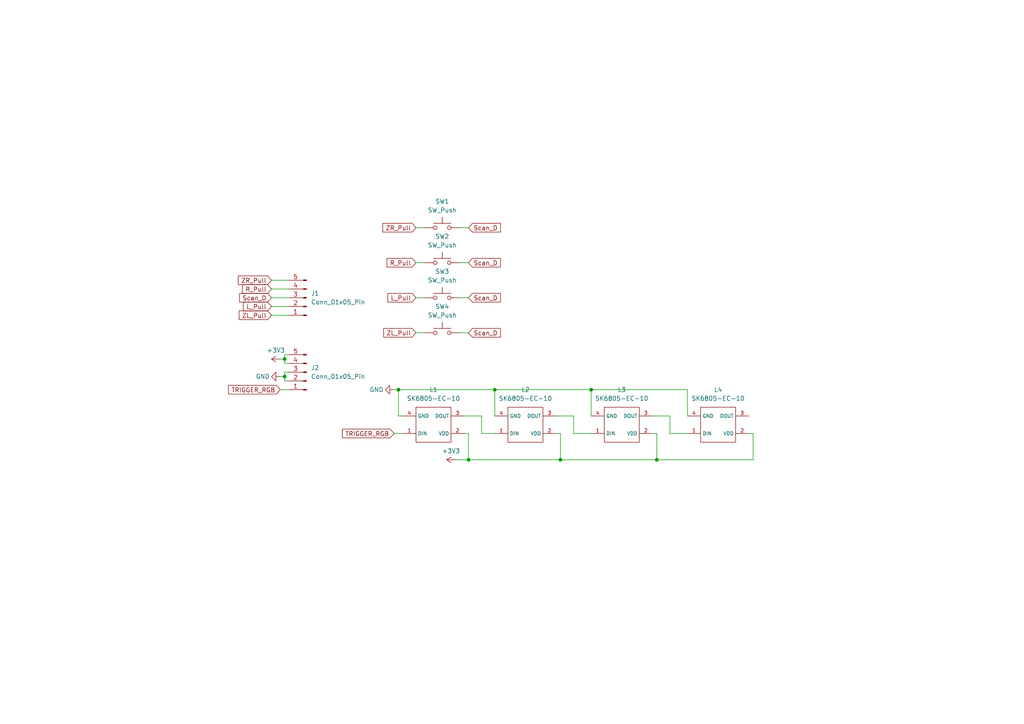
<source format=kicad_sch>
(kicad_sch (version 20230121) (generator eeschema)
  (paper "A4")
  (lib_symbols
    (symbol "Connector:Conn_01x05_Pin" (pin_names (offset 1.016) hide)
      (property "Reference" "J" (at 0 7.62 0))
      (property "Value" "Conn_01x05_Pin" (at 0 -7.62 0))
      (symbol "Conn_01x05_Pin_1_1"
        (polyline (pts (xy 1.27 -5.08) (xy 0.8636 -5.08)) (stroke (width 0.1524)))
        (polyline (pts (xy 1.27 -2.54) (xy 0.8636 -2.54)) (stroke (width 0.1524)))
        (polyline (pts (xy 1.27 0) (xy 0.8636 0)) (stroke (width 0.1524)))
        (polyline (pts (xy 1.27 2.54) (xy 0.8636 2.54)) (stroke (width 0.1524)))
        (polyline (pts (xy 1.27 5.08) (xy 0.8636 5.08)) (stroke (width 0.1524)))
        (rectangle (start 0.8636 -4.953) (end 0 -5.207) (stroke (width 0.1524)) (fill (type outline)))
        (rectangle (start 0.8636 -2.413) (end 0 -2.667) (stroke (width 0.1524)) (fill (type outline)))
        (rectangle (start 0.8636 0.127) (end 0 -0.127) (stroke (width 0.1524)) (fill (type outline)))
        (rectangle (start 0.8636 2.667) (end 0 2.413) (stroke (width 0.1524)) (fill (type outline)))
        (rectangle (start 0.8636 5.207) (end 0 4.953) (stroke (width 0.1524)) (fill (type outline)))
        (pin passive line (at 5.08 5.08 180) (length 3.81) (name "Pin_1") (number "1"))
        (pin passive line (at 5.08 2.54 180) (length 3.81) (name "Pin_2") (number "2"))
        (pin passive line (at 5.08 0 180) (length 3.81) (name "Pin_3") (number "3"))
        (pin passive line (at 5.08 -2.54 180) (length 3.81) (name "Pin_4") (number "4"))
        (pin passive line (at 5.08 -5.08 180) (length 3.81) (name "Pin_5") (number "5"))
      )
    )
    (symbol "Switch:SW_Push" (pin_numbers hide) (pin_names (offset 1.016) hide)
      (property "Reference" "SW" (at 1.27 2.54 0))
      (property "Value" "SW_Push" (at 0 -1.524 0))
      (symbol "SW_Push_0_1"
        (circle (center -2.032 0) (radius 0.508))
        (polyline (pts (xy 0 1.27) (xy 0 3.048)))
        (polyline (pts (xy 2.54 1.27) (xy -2.54 1.27)))
        (circle (center 2.032 0) (radius 0.508))
        (pin passive line (at -5.08 0 0) (length 2.54) (name "1") (number "1"))
        (pin passive line (at 5.08 0 180) (length 2.54) (name "2") (number "2"))
      )
    )
    (symbol "hhl:SK6805-EC-10"
      (property "Reference" "L" (at 0 -7.62 0))
      (property "Value" "SK6805-EC-10" (at 0 -10.16 0))
      (symbol "SK6805-EC-10_0_0"
        (pin input line (at -8.89 -2.54 0) (length 3.81) (name "DIN") (number "1"))
        (pin power_in line (at 8.89 -2.54 180) (length 3.81) (name "VDD") (number "2"))
        (pin output line (at 8.89 2.54 180) (length 3.81) (name "DOUT") (number "3"))
        (pin power_in line (at -8.89 2.54 0) (length 3.81) (name "GND") (number "4"))
      )
      (symbol "SK6805-EC-10_0_1"
        (polyline (pts (xy -5.08 2.54) (xy -5.08 5.08) (xy 5.08 5.08) (xy 5.08 -5.08) (xy -5.08 -5.08) (xy -5.08 2.54)))
      )
    )
    (symbol "power:+3V3" (power) (pin_names (offset 0))
      (property "Value" "+3V3" (at 0 3.556 0))
      (symbol "+3V3_0_1"
        (polyline (pts (xy -0.762 1.27) (xy 0 2.54)))
        (polyline (pts (xy 0 0) (xy 0 2.54)))
        (polyline (pts (xy 0 2.54) (xy 0.762 1.27)))
      )
      (symbol "+3V3_1_1"
        (pin power_in line (at 0 0 90) (length 0) hide (name "+3V3") (number "1"))
      )
    )
    (symbol "power:GND" (power) (pin_names (offset 0))
      (property "Value" "GND" (at 0 -3.81 0))
      (symbol "GND_0_1"
        (polyline (pts (xy 0 0) (xy 0 -1.27) (xy 1.27 -1.27) (xy 0 -2.54) (xy -1.27 -1.27) (xy 0 -1.27)))
      )
      (symbol "GND_1_1"
        (pin power_in line (at 0 0 270) (length 0) hide (name "GND") (number "1"))
      )
    )
  )
  (junction (at 82.55 109.22))
  (junction (at 190.5 133.35))
  (junction (at 115.57 113.03))
  (junction (at 82.55 104.14))
  (junction (at 171.45 113.03))
  (junction (at 135.89 133.35))
  (junction (at 143.51 113.03))
  (junction (at 162.56 133.35))
  (wire (pts (xy 82.55 102.87) (xy 82.55 104.14)))
  (wire (pts (xy 139.7 125.73) (xy 143.51 125.73)))
  (wire (pts (xy 143.51 113.03) (xy 171.45 113.03)))
  (wire (pts (xy 133.35 76.2) (xy 135.89 76.2)))
  (wire (pts (xy 162.56 125.73) (xy 162.56 133.35)))
  (wire (pts (xy 194.31 120.65) (xy 194.31 125.73)))
  (wire (pts (xy 81.28 113.03) (xy 83.82 113.03)))
  (wire (pts (xy 135.89 125.73) (xy 135.89 133.35)))
  (wire (pts (xy 81.28 104.14) (xy 82.55 104.14)))
  (wire (pts (xy 115.57 113.03) (xy 143.51 113.03)))
  (wire (pts (xy 143.51 113.03) (xy 143.51 120.65)))
  (wire (pts (xy 133.35 66.04) (xy 135.89 66.04)))
  (wire (pts (xy 120.65 86.36) (xy 123.19 86.36)))
  (wire (pts (xy 82.55 105.41) (xy 83.82 105.41)))
  (wire (pts (xy 171.45 113.03) (xy 171.45 120.65)))
  (wire (pts (xy 82.55 102.87) (xy 83.82 102.87)))
  (wire (pts (xy 166.37 125.73) (xy 171.45 125.73)))
  (wire (pts (xy 133.35 86.36) (xy 135.89 86.36)))
  (wire (pts (xy 134.62 120.65) (xy 139.7 120.65)))
  (wire (pts (xy 161.29 120.65) (xy 166.37 120.65)))
  (wire (pts (xy 199.39 113.03) (xy 199.39 120.65)))
  (wire (pts (xy 82.55 109.22) (xy 82.55 110.49)))
  (wire (pts (xy 132.08 133.35) (xy 135.89 133.35)))
  (wire (pts (xy 217.17 125.73) (xy 218.44 125.73)))
  (wire (pts (xy 82.55 104.14) (xy 82.55 105.41)))
  (wire (pts (xy 82.55 107.95) (xy 82.55 109.22)))
  (wire (pts (xy 171.45 113.03) (xy 199.39 113.03)))
  (wire (pts (xy 166.37 120.65) (xy 166.37 125.73)))
  (wire (pts (xy 78.74 81.28) (xy 83.82 81.28)))
  (wire (pts (xy 189.23 120.65) (xy 194.31 120.65)))
  (wire (pts (xy 139.7 120.65) (xy 139.7 125.73)))
  (wire (pts (xy 81.28 109.22) (xy 82.55 109.22)))
  (wire (pts (xy 189.23 125.73) (xy 190.5 125.73)))
  (wire (pts (xy 133.35 96.52) (xy 135.89 96.52)))
  (wire (pts (xy 120.65 66.04) (xy 123.19 66.04)))
  (wire (pts (xy 114.3 113.03) (xy 115.57 113.03)))
  (wire (pts (xy 82.55 110.49) (xy 83.82 110.49)))
  (wire (pts (xy 134.62 125.73) (xy 135.89 125.73)))
  (wire (pts (xy 162.56 133.35) (xy 190.5 133.35)))
  (wire (pts (xy 78.74 86.36) (xy 83.82 86.36)))
  (wire (pts (xy 218.44 125.73) (xy 218.44 133.35)))
  (wire (pts (xy 135.89 133.35) (xy 162.56 133.35)))
  (wire (pts (xy 120.65 96.52) (xy 123.19 96.52)))
  (wire (pts (xy 78.74 83.82) (xy 83.82 83.82)))
  (wire (pts (xy 190.5 125.73) (xy 190.5 133.35)))
  (wire (pts (xy 114.3 125.73) (xy 116.84 125.73)))
  (wire (pts (xy 194.31 125.73) (xy 199.39 125.73)))
  (wire (pts (xy 190.5 133.35) (xy 218.44 133.35)))
  (wire (pts (xy 120.65 76.2) (xy 123.19 76.2)))
  (wire (pts (xy 115.57 113.03) (xy 115.57 120.65)))
  (wire (pts (xy 82.55 107.95) (xy 83.82 107.95)))
  (wire (pts (xy 78.74 91.44) (xy 83.82 91.44)))
  (wire (pts (xy 115.57 120.65) (xy 116.84 120.65)))
  (wire (pts (xy 161.29 125.73) (xy 162.56 125.73)))
  (wire (pts (xy 78.74 88.9) (xy 83.82 88.9)))
  (global_label "Scan_D" (shape input) (at 135.89 66.04 0) (property "Intersheetrefs" "${INTERSHEET_REFS}" (effects hide)))
  (global_label "L_Pull" (shape input) (at 120.65 86.36 180) (property "Intersheetrefs" "${INTERSHEET_REFS}" (effects hide)))
  (global_label "TRIGGER_RGB" (shape input) (at 114.3 125.73 180) (property "Intersheetrefs" "${INTERSHEET_REFS}" (effects hide)))
  (global_label "Scan_D" (shape input) (at 135.89 96.52 0) (property "Intersheetrefs" "${INTERSHEET_REFS}" (effects hide)))
  (global_label "R_Pull" (shape input) (at 120.65 76.2 180) (property "Intersheetrefs" "${INTERSHEET_REFS}" (effects hide)))
  (global_label "Scan_D" (shape input) (at 78.74 86.36 180) (property "Intersheetrefs" "${INTERSHEET_REFS}" (effects hide)))
  (global_label "Scan_D" (shape input) (at 135.89 86.36 0) (property "Intersheetrefs" "${INTERSHEET_REFS}" (effects hide)))
  (global_label "L_Pull" (shape input) (at 78.74 88.9 180) (property "Intersheetrefs" "${INTERSHEET_REFS}" (effects hide)))
  (global_label "ZL_Pull" (shape input) (at 78.74 91.44 180) (property "Intersheetrefs" "${INTERSHEET_REFS}" (effects hide)))
  (global_label "Scan_D" (shape input) (at 135.89 76.2 0) (property "Intersheetrefs" "${INTERSHEET_REFS}" (effects hide)))
  (global_label "R_Pull" (shape input) (at 78.74 83.82 180) (property "Intersheetrefs" "${INTERSHEET_REFS}" (effects hide)))
  (global_label "TRIGGER_RGB" (shape input) (at 81.28 113.03 180) (property "Intersheetrefs" "${INTERSHEET_REFS}" (effects hide)))
  (global_label "ZR_Pull" (shape input) (at 78.74 81.28 180) (property "Intersheetrefs" "${INTERSHEET_REFS}" (effects hide)))
  (global_label "ZR_Pull" (shape input) (at 120.65 66.04 180) (property "Intersheetrefs" "${INTERSHEET_REFS}" (effects hide)))
  (global_label "ZL_Pull" (shape input) (at 120.65 96.52 180) (property "Intersheetrefs" "${INTERSHEET_REFS}" (effects hide)))
  (symbol (lib_id "power:GND") (at 114.3 113.03 270) (unit 1)
    (property "Reference" "#PWR03" (effects hide))
    (property "Value" "GND" (at 109.22 113.03 90))
  )
  (symbol (lib_id "hhl:SK6805-EC-10") (at 125.73 123.19 0) (unit 1)
    (property "Reference" "L1" (at 125.73 113.03 0))
    (property "Value" "SK6805-EC-10" (at 125.73 115.57 0))
    (property "Footprint" "hhl:SK6805-EC-10" (effects hide))
    (property "Datasheet" "https://cdn-shop.adafruit.com/product-files/5849/SK6805-EC10-000_REV.01_EN.pdf" (effects hide))
    (property "MPN" "SK6805-EC-10" (effects hide))
  )
  (symbol (lib_id "hhl:SK6805-EC-10") (at 180.34 123.19 0) (unit 1)
    (property "Reference" "L3" (at 180.34 113.03 0))
    (property "Value" "SK6805-EC-10" (at 180.34 115.57 0))
    (property "Footprint" "hhl:SK6805-EC-10" (effects hide))
    (property "Datasheet" "https://cdn-shop.adafruit.com/product-files/5849/SK6805-EC10-000_REV.01_EN.pdf" (effects hide))
    (property "MPN" "SK6805-EC-10" (effects hide))
  )
  (symbol (lib_id "Connector:Conn_01x05_Pin") (at 88.9 107.95 180) (unit 1)
    (property "Reference" "J2" (at 90.17 106.68 0) (effects (justify right)))
    (property "Value" "Conn_01x05_Pin" (at 90.17 109.22 0) (effects (justify right)))
    (property "Footprint" "hhl:molex_5034800540_ribbon" (effects hide))
    (property "DNP" "DNP" (effects hide))
  )
  (symbol (lib_id "hhl:SK6805-EC-10") (at 152.4 123.19 0) (unit 1)
    (property "Reference" "L2" (at 152.4 113.03 0))
    (property "Value" "SK6805-EC-10" (at 152.4 115.57 0))
    (property "Footprint" "hhl:SK6805-EC-10" (effects hide))
    (property "Datasheet" "https://cdn-shop.adafruit.com/product-files/5849/SK6805-EC10-000_REV.01_EN.pdf" (effects hide))
    (property "MPN" "SK6805-EC-10" (effects hide))
  )
  (symbol (lib_id "Switch:SW_Push") (at 128.27 86.36 0) (unit 1)
    (property "Reference" "SW3" (at 128.27 78.74 0))
    (property "Value" "SW_Push" (at 128.27 81.28 0))
    (property "Footprint" "hhl:starprint" (effects hide))
    (property "DNP" "DNP" (effects hide))
  )
  (symbol (lib_id "power:GND") (at 81.28 109.22 270) (unit 1)
    (property "Reference" "#PWR01" (effects hide))
    (property "Value" "GND" (at 76.2 109.22 90))
  )
  (symbol (lib_id "hhl:SK6805-EC-10") (at 208.28 123.19 0) (unit 1)
    (property "Reference" "L4" (at 208.28 113.03 0))
    (property "Value" "SK6805-EC-10" (at 208.28 115.57 0))
    (property "Footprint" "hhl:SK6805-EC-10" (effects hide))
    (property "Datasheet" "https://cdn-shop.adafruit.com/product-files/5849/SK6805-EC10-000_REV.01_EN.pdf" (effects hide))
    (property "MPN" "SK6805-EC-10" (effects hide))
  )
  (symbol (lib_id "Connector:Conn_01x05_Pin") (at 88.9 86.36 180) (unit 1)
    (property "Reference" "J1" (at 90.17 85.09 0) (effects (justify right)))
    (property "Value" "Conn_01x05_Pin" (at 90.17 87.63 0) (effects (justify right)))
    (property "Footprint" "hhl:molex_5034800540_ribbon" (effects hide))
    (property "DNP" "DNP" (effects hide))
  )
  (symbol (lib_id "power:+3V3") (at 132.08 133.35 90) (unit 1)
    (property "Reference" "#PWR04" (effects hide))
    (property "Value" "+3V3" (at 130.81 130.81 90))
  )
  (symbol (lib_id "Switch:SW_Push") (at 128.27 66.04 0) (unit 1)
    (property "Reference" "SW1" (at 128.27 58.42 0))
    (property "Value" "SW_Push" (at 128.27 60.96 0))
    (property "Footprint" "hhl:starprint" (effects hide))
    (property "DNP" "DNP" (effects hide))
  )
  (symbol (lib_id "Switch:SW_Push") (at 128.27 76.2 0) (unit 1)
    (property "Reference" "SW2" (at 128.27 68.58 0))
    (property "Value" "SW_Push" (at 128.27 71.12 0))
    (property "Footprint" "hhl:starprint" (effects hide))
    (property "DNP" "DNP" (effects hide))
  )
  (symbol (lib_id "power:+3V3") (at 81.28 104.14 90) (unit 1)
    (property "Reference" "#PWR02" (effects hide))
    (property "Value" "+3V3" (at 80.01 101.6 90))
  )
  (symbol (lib_id "Switch:SW_Push") (at 128.27 96.52 0) (unit 1)
    (property "Reference" "SW4" (at 128.27 88.9 0))
    (property "Value" "SW_Push" (at 128.27 91.44 0))
    (property "Footprint" "hhl:starprint" (effects hide))
    (property "DNP" "DNP" (effects hide))
  )
)
</source>
